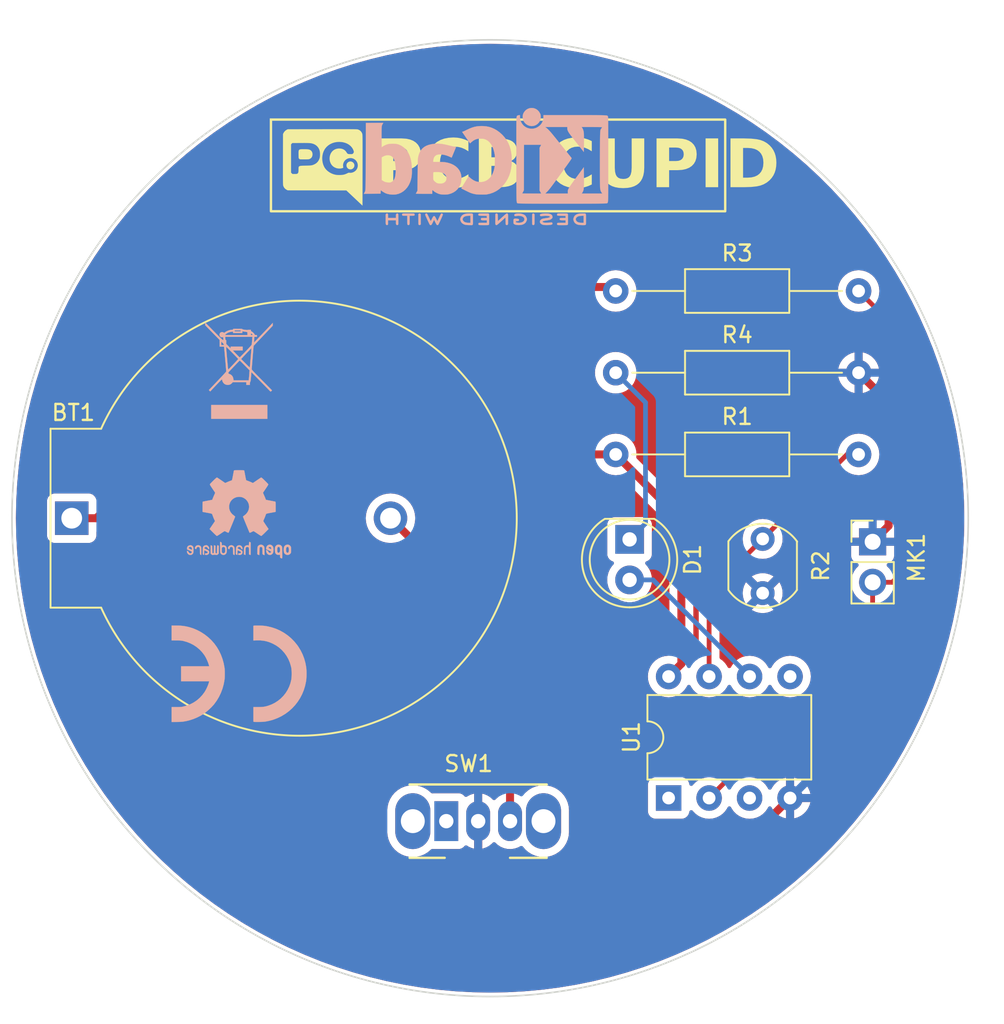
<source format=kicad_pcb>
(kicad_pcb (version 20221018) (generator pcbnew)
  (layers (0 "F.Cu" signal) (31 "B.Cu" signal) (34 "B.Paste" user) (35 "F.Paste" user) (36 "B.SilkS" user "B.Silkscreen") (37 "F.SilkS" user "F.Silkscreen") (38 "B.Mask" user) (39 "F.Mask" user) (44 "Edge.Cuts" user))
  (net 0 "")
  (net 1 "+3.3V")
  (net 2 "Net-(BT1--)")
  (net 3 "Net-(D1-K)")
  (net 4 "/LED")
  (net 5 "GND")
  (net 6 "/MIC")
  (net 7 "/LDR")
  (footprint "Package_DIP:DIP-8_W7.62mm" (layer "F.Cu") (at 144.7 114.8 90)
    (fp_text reference "U1" (at 3.81 -2.33 90) (layer "F.SilkS"))
    (fp_text value "ATtiny85V-10P")
    (pad "1" thru_hole rect (at 0 0 90) (size 1.6 1.6) (drill 0.8) (layers "*.Cu" "*.Mask"))
    (pad "2" thru_hole oval (at 0 2.54 90) (size 1.6 1.6) (drill 0.8) (layers "*.Cu" "*.Mask") (net 6 "/MIC"))
    (pad "3" thru_hole oval (at 0 5.08 90) (size 1.6 1.6) (drill 0.8) (layers "*.Cu" "*.Mask"))
    (pad "4" thru_hole oval (at 0 7.62 90) (size 1.6 1.6) (drill 0.8) (layers "*.Cu" "*.Mask") (net 5 "GND"))
    (pad "5" thru_hole oval (at 7.62 7.62 90) (size 1.6 1.6) (drill 0.8) (layers "*.Cu" "*.Mask"))
    (pad "6" thru_hole oval (at 7.62 5.08 90) (size 1.6 1.6) (drill 0.8) (layers "*.Cu" "*.Mask") (net 4 "/LED"))
    (pad "7" thru_hole oval (at 7.62 2.54 90) (size 1.6 1.6) (drill 0.8) (layers "*.Cu" "*.Mask") (net 7 "/LDR"))
    (pad "8" thru_hole oval (at 7.62 0 90) (size 1.6 1.6) (drill 0.8) (layers "*.Cu" "*.Mask") (net 1 "+3.3V"))
  )
  (footprint "Resistor_THT:R_Axial_DIN0207_L6.3mm_D2.5mm_P15.24mm_Horizontal" (layer "F.Cu") (at 141.38 83)
    (fp_text reference "R3" (at 7.62 -2.37) (layer "F.SilkS"))
    (fp_text value "5.6k")
    (pad "1" thru_hole circle (at 0 0) (size 1.6 1.6) (drill 0.8) (layers "*.Cu" "*.Mask") (net 1 "+3.3V"))
    (pad "2" thru_hole oval (at 15.24 0) (size 1.6 1.6) (drill 0.8) (layers "*.Cu" "*.Mask") (net 6 "/MIC"))
  )
  (footprint "LOGO" (layer "F.Cu") (at 123 75.25)
    (fp_text reference "G***" hide)
    (fp_text value "LOGO" hide)
  )
  (footprint "Connector_PinHeader_2.54mm:PinHeader_1x02_P2.54mm_Vertical" (layer "F.Cu") (at 157.5 98.73)
    (fp_text reference "MK1" (at 2.75 1 90) (layer "F.SilkS"))
    (fp_text value "Microphone_Condenser")
    (pad "1" thru_hole rect (at 0 0) (size 1.7 1.7) (drill 1) (layers "*.Cu" "*.Mask") (net 5 "GND"))
    (pad "2" thru_hole oval (at 0 2.54) (size 1.7 1.7) (drill 1) (layers "*.Cu" "*.Mask") (net 6 "/MIC"))
  )
  (footprint "Resistor_THT:R_Axial_DIN0207_L6.3mm_D2.5mm_P15.24mm_Horizontal" (layer "F.Cu") (at 141.38 88.125)
    (fp_text reference "R4" (at 7.62 -2.37) (layer "F.SilkS"))
    (fp_text value "470R")
    (pad "1" thru_hole circle (at 0 0) (size 1.6 1.6) (drill 0.8) (layers "*.Cu" "*.Mask") (net 3 "Net-(D1-K)"))
    (pad "2" thru_hole oval (at 15.24 0) (size 1.6 1.6) (drill 0.8) (layers "*.Cu" "*.Mask") (net 5 "GND"))
  )
  (footprint "OptoDevice:R_LDR_5.1x4.3mm_P3.4mm_Vertical" (layer "F.Cu") (at 150.6 98.55 -90)
    (fp_text reference "R2" (at 1.7 -3.65 90) (layer "F.SilkS"))
    (fp_text value "5mm LDR")
    (pad "1" thru_hole circle (at 0 0 270) (size 1.5 1.5) (drill 0.8) (layers "*.Cu" "*.Mask") (net 7 "/LDR"))
    (pad "2" thru_hole circle (at 3.4 0 270) (size 1.5 1.5) (drill 0.8) (layers "*.Cu" "*.Mask") (net 5 "GND"))
  )
  (footprint "LED_THT:LED_D5.0mm" (layer "F.Cu") (at 142.25 98.58 -90)
    (fp_text reference "D1" (at 1.27 -3.96 90) (layer "F.SilkS"))
    (fp_text value "5mm Yellow LED")
    (pad "1" thru_hole rect (at 0 0 270) (size 1.8 1.8) (drill 0.9) (layers "*.Cu" "*.Mask") (net 3 "Net-(D1-K)"))
    (pad "2" thru_hole circle (at 2.54 0 270) (size 1.8 1.8) (drill 0.9) (layers "*.Cu" "*.Mask") (net 4 "/LED"))
  )
  (footprint "Battery:BatteryHolder_ComfortableElectronic_CH273-2450_1x2450" (layer "F.Cu") (at 107.25 97.25)
    (fp_text reference "BT1" (at 0.1 -6.62) (layer "F.SilkS"))
    (fp_text value "3.3V Cell")
    (pad "1" thru_hole rect (at 0 0 270) (size 2.1 2.1) (drill 1.3) (layers "*.Cu" "*.Mask") (net 1 "+3.3V"))
    (pad "2" thru_hole circle (at 20 0 270) (size 2.1 2.1) (drill 1.3) (layers "*.Cu" "*.Mask") (net 2 "Net-(BT1--)"))
  )
  (footprint "Resistor_THT:R_Axial_DIN0207_L6.3mm_D2.5mm_P15.24mm_Horizontal" (layer "F.Cu") (at 141.38 93.25)
    (fp_text reference "R1" (at 7.62 -2.37) (layer "F.SilkS"))
    (fp_text value "10k")
    (pad "1" thru_hole circle (at 0 0) (size 1.6 1.6) (drill 0.8) (layers "*.Cu" "*.Mask") (net 1 "+3.3V"))
    (pad "2" thru_hole oval (at 15.24 0) (size 1.6 1.6) (drill 0.8) (layers "*.Cu" "*.Mask") (net 7 "/LDR"))
  )
  (footprint "Button_Switch_THT:SW_CuK_OS102011MA1QN1_SPDT_Angled" (layer "F.Cu") (at 130.75 116.25)
    (fp_text reference "SW1" (at 1.4 -3.6) (layer "F.SilkS"))
    (fp_text value "SW_SPDT")
    (pad "" thru_hole oval (at -2.1 0) (size 2.2 3.5) (drill 1.5) (layers "*.Cu" "*.Mask"))
    (pad "" thru_hole oval (at 6.1 0) (size 2.2 3.5) (drill 1.5) (layers "*.Cu" "*.Mask"))
    (pad "1" thru_hole rect (at 0 0) (size 1.5 2.5) (drill 0.9) (layers "*.Cu" "*.Mask"))
    (pad "2" thru_hole oval (at 2 0) (size 1.5 2.5) (drill 0.9) (layers "*.Cu" "*.Mask") (net 5 "GND"))
    (pad "3" thru_hole oval (at 4 0) (size 1.5 2.5) (drill 0.9) (layers "*.Cu" "*.Mask") (net 2 "Net-(BT1--)"))
  )
  (footprint "Symbol:WEEE-Logo_4.2x6mm_SilkScreen" (layer "B.Cu") (at 117.75 88 180)
    (fp_text reference "REF**" hide)
    (fp_text value "WEEE-Logo_4.2x6mm_SilkScreen" hide)
  )
  (footprint "Symbol:KiCad-Logo2_6mm_SilkScreen" (layer "B.Cu") (at 133.25 74.5 180)
    (fp_text reference "REF**" hide)
    (fp_text value "KiCad-Logo2_6mm_SilkScreen" hide)
  )
  (footprint "Symbol:OSHW-Logo2_7.3x6mm_SilkScreen" (layer "B.Cu") (at 117.75 97 180)
    (fp_text reference "REF**" hide)
    (fp_text value "OSHW-Logo2_7.3x6mm_SilkScreen" hide)
  )
  (footprint "Symbol:CE-Logo_8.5x6mm_SilkScreen" (layer "B.Cu") (at 117.75 107 180)
    (fp_text reference "REF**" hide)
    (fp_text value "CE-Logo_8.5x6mm_SilkScreen" hide)
  )
  (gr_rect (start 119.75 72.25) (end 148.25 78) (stroke (width 0.15)) (fill none) (layer "F.SilkS"))
  (gr_circle locked (center 133.5 97.25) (end 163.5 97.25) (stroke (width 0.1)) (fill none) (layer "Edge.Cuts"))
  (gr_text "PCB CUPID" (at 126.25 77) (layer "F.SilkS") (effects (font (size 3 3) (thickness 0.6) bold) (justify left bottom)))
  (segment (start 138.75 93.25) (end 141.38 93.25) (width 0.5) (layer "F.Cu") (net 1))
  (segment (start 138.25 82.75) (end 137.25 83.75) (width 0.5) (layer "F.Cu") (net 1))
  (segment (start 112.8 93.25) (end 138.75 93.25) (width 0.5) (layer "F.Cu") (net 1))
  (segment (start 137.25 91.75) (end 138.75 93.25) (width 0.5) (layer "F.Cu") (net 1))
  (segment (start 141.38 82.75) (end 138.25 82.75) (width 0.5) (layer "F.Cu") (net 1))
  (segment (start 141.38 93.25) (end 145.5 97.37) (width 0.5) (layer "F.Cu") (net 1))
  (segment (start 145.5 97.37) (end 145.499999 106.380001) (width 0.5) (layer "F.Cu") (net 1))
  (segment (start 145.499999 106.380001) (end 144.7 107.18) (width 0.5) (layer "F.Cu") (net 1))
  (segment (start 137.25 91.75) (end 137.25 83.75) (width 0.5) (layer "F.Cu") (net 1))
  (segment (start 107.25 97.25) (end 108.8 97.25) (width 0.5) (layer "F.Cu") (net 1))
  (segment (start 108.8 97.25) (end 112.8 93.25) (width 0.5) (layer "F.Cu") (net 1))
  (segment (start 134.75 104.75) (end 134.75 116.25) (width 0.5) (layer "F.Cu") (net 2))
  (segment (start 127.25 97.25) (end 134.75 104.75) (width 0.5) (layer "F.Cu") (net 2))
  (segment (start 141.38 88.125) (end 143.25 89.995) (width 0.3) (layer "B.Cu") (net 3))
  (segment (start 143.25 97.58) (end 142.25 98.58) (width 0.3) (layer "B.Cu") (net 3))
  (segment (start 143.25 89.995) (end 143.25 97.58) (width 0.3) (layer "B.Cu") (net 3))
  (segment (start 143.72 101.12) (end 149.78 107.18) (width 0.3) (layer "B.Cu") (net 4))
  (segment (start 142.25 101.12) (end 143.72 101.12) (width 0.3) (layer "B.Cu") (net 4))
  (segment (start 158.5 97.73) (end 157.5 98.73) (width 0.5) (layer "F.Cu") (net 5))
  (segment (start 132.75 118.75) (end 132.75 116.25) (width 0.5) (layer "F.Cu") (net 5))
  (segment (start 152.32 114.8) (end 147.12 120) (width 0.5) (layer "F.Cu") (net 5))
  (segment (start 147.12 120) (end 134 120) (width 0.5) (layer "F.Cu") (net 5))
  (segment (start 158.5 90.005) (end 158.5 97.73) (width 0.5) (layer "F.Cu") (net 5))
  (segment (start 134 120) (end 132.75 118.75) (width 0.5) (layer "F.Cu") (net 5))
  (segment (start 156.62 88.125) (end 158.5 90.005) (width 0.5) (layer "F.Cu") (net 5))
  (segment (start 153.82 98.73) (end 157.5 98.73) (width 0.5) (layer "F.Cu") (net 5))
  (segment (start 150.6 101.95) (end 153.82 98.73) (width 0.5) (layer "F.Cu") (net 5))
  (segment (start 154.5 105.85) (end 154.5 112.62) (width 0.5) (layer "B.Cu") (net 5))
  (segment (start 150.6 101.95) (end 154.5 105.85) (width 0.5) (layer "B.Cu") (net 5))
  (segment (start 154.5 112.62) (end 152.32 114.8) (width 0.5) (layer "B.Cu") (net 5))
  (segment (start 150.79 111.25) (end 147.24 114.8) (width 0.3) (layer "F.Cu") (net 6))
  (segment (start 152.75 111.25) (end 150.79 111.25) (width 0.3) (layer "F.Cu") (net 6))
  (segment (start 157.5 106.5) (end 152.75 111.25) (width 0.3) (layer "F.Cu") (net 6))
  (segment (start 157.5 101.27) (end 158.73 101.27) (width 0.3) (layer "F.Cu") (net 6))
  (segment (start 157.5 101.27) (end 157.5 106.5) (width 0.3) (layer "F.Cu") (net 6))
  (segment (start 159.75 86.13) (end 156.62 83) (width 0.3) (layer "F.Cu") (net 6))
  (segment (start 159.75 100.25) (end 159.75 86.13) (width 0.3) (layer "F.Cu") (net 6))
  (segment (start 158.73 101.27) (end 159.75 100.25) (width 0.3) (layer "F.Cu") (net 6))
  (segment (start 155.9 93.25) (end 156.62 93.25) (width 0.3) (layer "F.Cu") (net 7))
  (segment (start 147.24 107.18) (end 147.24 101.91) (width 0.3) (layer "F.Cu") (net 7))
  (segment (start 147.24 101.91) (end 150.6 98.55) (width 0.3) (layer "F.Cu") (net 7))
  (segment (start 150.6 98.55) (end 155.9 93.25) (width 0.3) (layer "F.Cu") (net 7))
  (zone (net 5) (net_name "GND") (layers "F&B.Cu") (connect_pads (clearance 0.5)) (min_thickness 0.25) (fill yes (thermal_gap 0.5) (thermal_bridge_width 0.5))
    (polygon (pts (xy 110 75.5) (xy 121.75 67.5) (xy 142.25 64.75) (xy 158.25 77.5) (xy 165.75 95.75) (xy 161 113.5) (xy 148.75 125.5) (xy 129 129) (xy 114.25 122.75) (xy 102.75 107.75) (xy 103 87.25) (xy 108.5 77)))
  )
)
</source>
